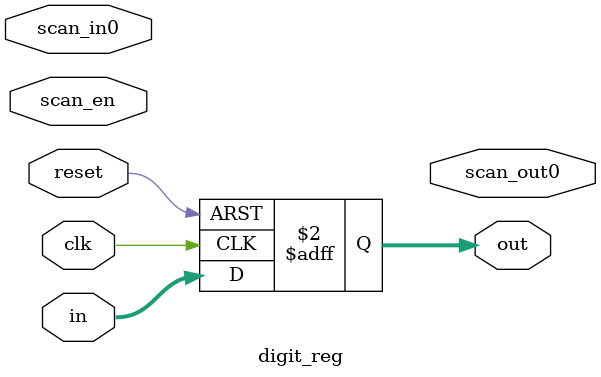
<source format=v>

/*
 *
 *
 */


module digit_reg (
    reset,
    clk,
    in,
    out,
    scan_in0,
    scan_en,
    scan_out0
    ) ;
 
input
    reset,                // system reset
    clk ;                 // write strobe

input [7:0]
    in ;                  // data input

output [7:0]
    out ;                 // data output

input
    scan_in0,             // test scan mode data input
    scan_en;              // test scan mode enable

output
    scan_out0;            // test scan mode data output

reg [7:0]
    out ;

always @(posedge clk or posedge reset)
    if (reset)
        begin
        out <= 8'h0 ;
        end
    else
        begin
        out <= in ;
        end
        
endmodule // digit_reg

</source>
